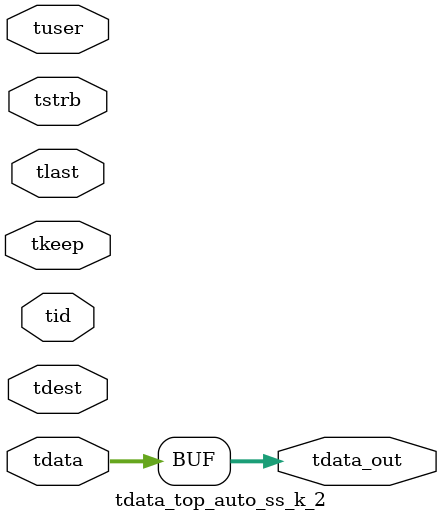
<source format=v>


`timescale 1ps/1ps

module tdata_top_auto_ss_k_2 #
(
parameter C_S_AXIS_TDATA_WIDTH = 32,
parameter C_S_AXIS_TUSER_WIDTH = 0,
parameter C_S_AXIS_TID_WIDTH   = 0,
parameter C_S_AXIS_TDEST_WIDTH = 0,
parameter C_M_AXIS_TDATA_WIDTH = 32
)
(
input  [(C_S_AXIS_TDATA_WIDTH == 0 ? 1 : C_S_AXIS_TDATA_WIDTH)-1:0     ] tdata,
input  [(C_S_AXIS_TUSER_WIDTH == 0 ? 1 : C_S_AXIS_TUSER_WIDTH)-1:0     ] tuser,
input  [(C_S_AXIS_TID_WIDTH   == 0 ? 1 : C_S_AXIS_TID_WIDTH)-1:0       ] tid,
input  [(C_S_AXIS_TDEST_WIDTH == 0 ? 1 : C_S_AXIS_TDEST_WIDTH)-1:0     ] tdest,
input  [(C_S_AXIS_TDATA_WIDTH/8)-1:0 ] tkeep,
input  [(C_S_AXIS_TDATA_WIDTH/8)-1:0 ] tstrb,
input                                                                    tlast,
output [C_M_AXIS_TDATA_WIDTH-1:0] tdata_out
);

assign tdata_out = {tdata[31:0]};

endmodule


</source>
